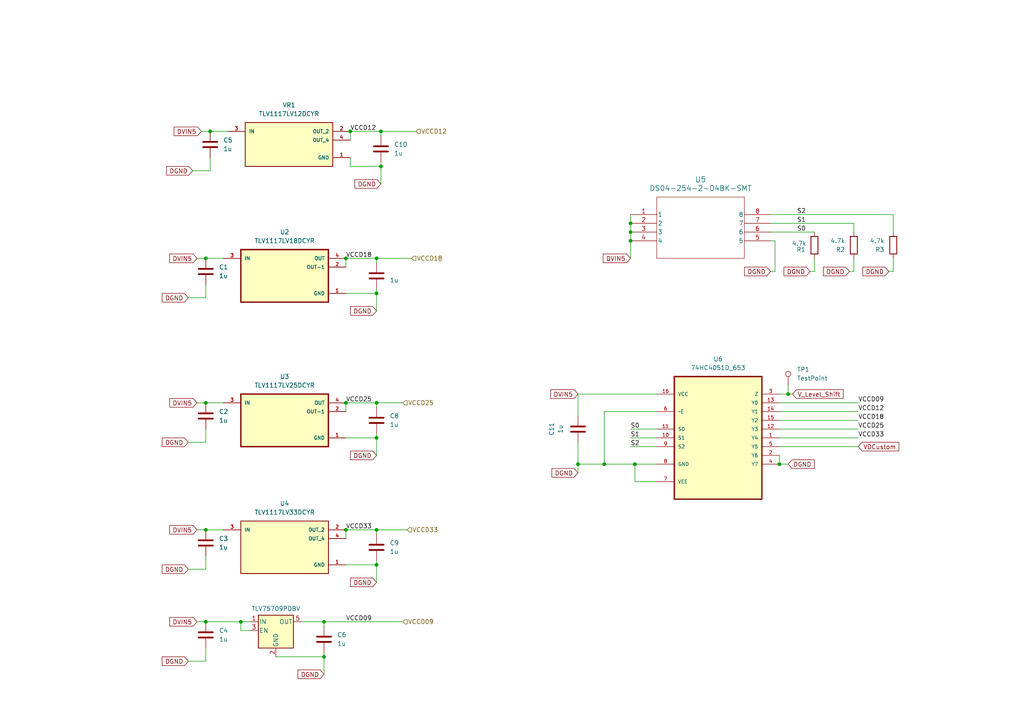
<source format=kicad_sch>
(kicad_sch (version 20231120) (generator "eeschema") (generator_version "8.0")
  (paper "A4")
  (lib_symbols
    (symbol "74HC4051D_653:74HC4051D_653" (pin_names (offset 1.016))
      (property "Reference" "U" (at -4.9848 17.8283 0))
      (property "Value" "74HC4051D_653" (at -3.1296 -25.3169 0))
      (symbol "74HC4051D_653_0_0"
        (rectangle (start -12.7 -20.32) (end 12.7 15.24) (stroke (width 0.4064)) (fill (type background)))
        (pin bidirectional line (at 17.78 -2.54 180) (length 5.08) (name "Y4") (number "1"))
        (pin input line (at -17.78 -2.54 0) (length 5.08) (name "S1") (number "10"))
        (pin input line (at -17.78 0 0) (length 5.08) (name "S0") (number "11"))
        (pin bidirectional line (at 17.78 0 180) (length 5.08) (name "Y3") (number "12"))
        (pin bidirectional line (at 17.78 7.62 180) (length 5.08) (name "Y0") (number "13"))
        (pin bidirectional line (at 17.78 5.08 180) (length 5.08) (name "Y1") (number "14"))
        (pin bidirectional line (at 17.78 2.54 180) (length 5.08) (name "Y2") (number "15"))
        (pin power_in line (at -17.78 10.16 0) (length 5.08) (name "VCC") (number "16"))
        (pin bidirectional line (at 17.78 -7.62 180) (length 5.08) (name "Y6") (number "2"))
        (pin bidirectional line (at 17.78 10.16 180) (length 5.08) (name "Z") (number "3"))
        (pin bidirectional line (at 17.78 -10.16 180) (length 5.08) (name "Y7") (number "4"))
        (pin bidirectional line (at 17.78 -5.08 180) (length 5.08) (name "Y5") (number "5"))
        (pin input line (at -17.78 5.08 0) (length 5.08) (name "~E") (number "6"))
        (pin power_in line (at -17.78 -15.24 0) (length 5.08) (name "VEE") (number "7"))
        (pin passive line (at -17.78 -10.16 0) (length 5.08) (name "GND") (number "8"))
        (pin input line (at -17.78 -5.08 0) (length 5.08) (name "S2") (number "9"))
      )
    )
    (symbol "AVLSI:TLV1117LV12DCYR" (pin_names (offset 1.016))
      (property "Reference" "VR" (at -12.7 6.08 0))
      (property "Value" "TLV1117LV12DCYR" (at -12.7 -9.08 0))
      (symbol "TLV1117LV12DCYR_0_0"
        (rectangle (start -12.7 5.08) (end 12.7 -7.62) (stroke (width 0.254)) (fill (type background)))
        (pin power_in line (at 17.78 -5.08 180) (length 5.08) (name "GND") (number "1"))
        (pin output line (at 17.78 2.54 180) (length 5.08) (name "OUT_2") (number "2"))
        (pin input line (at -17.78 2.54 0) (length 5.08) (name "IN") (number "3"))
        (pin output line (at 17.78 0 180) (length 5.08) (name "OUT_4") (number "4"))
      )
    )
    (symbol "AVLSI:TLV1117LV18DCYR" (pin_names (offset 1.016))
      (property "Reference" "U" (at -12.7 8.62 0))
      (property "Value" "TLV1117LV18DCYR" (at -12.7 -11.62 0))
      (symbol "TLV1117LV18DCYR_0_0"
        (rectangle (start -12.7 -7.62) (end 12.7 7.62) (stroke (width 0.41)) (fill (type background)))
        (pin power_in line (at 17.78 -5.08 180) (length 5.08) (name "GND") (number "1"))
        (pin output line (at 17.78 2.54 180) (length 5.08) (name "OUT-1") (number "2"))
        (pin input line (at -17.78 5.08 0) (length 5.08) (name "IN") (number "3"))
        (pin output line (at 17.78 5.08 180) (length 5.08) (name "OUT") (number "4"))
      )
    )
    (symbol "AVLSI:TLV1117LV25DCYR" (pin_names (offset 1.016))
      (property "Reference" "U" (at -12.7 8.62 0))
      (property "Value" "TLV1117LV25DCYR" (at -12.7 -11.62 0))
      (symbol "TLV1117LV25DCYR_0_0"
        (rectangle (start -12.7 -7.62) (end 12.7 7.62) (stroke (width 0.41)) (fill (type background)))
        (pin power_in line (at 17.78 -5.08 180) (length 5.08) (name "GND") (number "1"))
        (pin output line (at 17.78 2.54 180) (length 5.08) (name "OUT-1") (number "2"))
        (pin input line (at -17.78 5.08 0) (length 5.08) (name "IN") (number "3"))
        (pin output line (at 17.78 5.08 180) (length 5.08) (name "OUT") (number "4"))
      )
    )
    (symbol "AVLSI:TLV1117LV33DCYR" (pin_names (offset 1.016))
      (property "Reference" "U" (at -12.7 8.62 0))
      (property "Value" "TLV1117LV33DCYR" (at -12.7 -11.62 0))
      (symbol "TLV1117LV33DCYR_0_0"
        (rectangle (start -12.7 7.62) (end 12.7 -7.62) (stroke (width 0.254)) (fill (type background)))
        (pin power_in line (at 17.78 -5.08 180) (length 5.08) (name "GND") (number "1"))
        (pin output line (at 17.78 5.08 180) (length 5.08) (name "OUT_2") (number "2"))
        (pin input line (at -17.78 5.08 0) (length 5.08) (name "IN") (number "3"))
        (pin output line (at 17.78 2.54 180) (length 5.08) (name "OUT_4") (number "4"))
      )
    )
    (symbol "Connector:TestPoint" (pin_numbers hide) (pin_names (offset 0.762) hide)
      (property "Reference" "TP" (at 0 6.858 0))
      (property "Value" "TestPoint" (at 0 5.08 0))
      (symbol "TestPoint_0_1"
        (circle (center 0 3.302) (radius 0.762))
      )
      (symbol "TestPoint_1_1"
        (pin passive line (at 0 0 90) (length 2.54) (name "1") (number "1"))
      )
    )
    (symbol "DS:DS04-254-2-04BK-SMT" (pin_names (offset 0.254))
      (property "Reference" "U" (at 20.32 10.16 0))
      (property "Value" "DS04-254-2-04BK-SMT" (at 20.32 7.62 0))
      (symbol "DS04-254-2-04BK-SMT_1_1"
        (polyline (pts (xy 7.62 -12.7) (xy 33.02 -12.7)) (stroke (width 0.127)))
        (polyline (pts (xy 7.62 5.08) (xy 7.62 -12.7)) (stroke (width 0.127)))
        (polyline (pts (xy 33.02 -12.7) (xy 33.02 5.08)) (stroke (width 0.127)))
        (polyline (pts (xy 33.02 5.08) (xy 7.62 5.08)) (stroke (width 0.127)))
        (pin unspecified line (at 0 0 0) (length 7.62) (name "1") (number "1"))
        (pin unspecified line (at 0 -2.54 0) (length 7.62) (name "2") (number "2"))
        (pin unspecified line (at 0 -5.08 0) (length 7.62) (name "3") (number "3"))
        (pin unspecified line (at 0 -7.62 0) (length 7.62) (name "4") (number "4"))
        (pin unspecified line (at 40.64 -7.62 180) (length 7.62) (name "5") (number "5"))
        (pin unspecified line (at 40.64 -5.08 180) (length 7.62) (name "6") (number "6"))
        (pin unspecified line (at 40.64 -2.54 180) (length 7.62) (name "7") (number "7"))
        (pin unspecified line (at 40.64 0 180) (length 7.62) (name "8") (number "8"))
      )
    )
    (symbol "Device:C" (pin_numbers hide) (pin_names (offset 0.254))
      (property "Reference" "C" (at 0.635 2.54 0))
      (property "Value" "C" (at 0.635 -2.54 0))
      (symbol "C_0_1"
        (polyline (pts (xy -2.032 -0.762) (xy 2.032 -0.762)) (stroke (width 0.508)))
        (polyline (pts (xy -2.032 0.762) (xy 2.032 0.762)) (stroke (width 0.508)))
      )
      (symbol "C_1_1"
        (pin passive line (at 0 3.81 270) (length 2.794) (name "~") (number "1"))
        (pin passive line (at 0 -3.81 90) (length 2.794) (name "~") (number "2"))
      )
    )
    (symbol "Device:R" (pin_numbers hide) (pin_names (offset 0))
      (property "Reference" "R" (at 2.032 0 90))
      (property "Value" "R" (at 0 0 90))
      (symbol "R_0_1"
        (rectangle (start -1.016 -2.54) (end 1.016 2.54) (stroke (width 0.254)))
      )
      (symbol "R_1_1"
        (pin passive line (at 0 3.81 270) (length 1.27) (name "~") (number "1"))
        (pin passive line (at 0 -3.81 90) (length 1.27) (name "~") (number "2"))
      )
    )
    (symbol "Regulator_Linear:TLV75709PDBV" (pin_names (offset 0.254))
      (property "Reference" "U" (at -3.81 5.715 0))
      (property "Value" "TLV75709PDBV" (at 0 5.715 0))
      (symbol "TLV75709PDBV_0_1"
        (rectangle (start -5.08 4.445) (end 5.08 -5.08) (stroke (width 0.254)) (fill (type background)))
      )
      (symbol "TLV75709PDBV_1_1"
        (pin power_in line (at -7.62 2.54 0) (length 2.54) (name "IN") (number "1"))
        (pin power_in line (at 0 -7.62 90) (length 2.54) (name "GND") (number "2"))
        (pin input line (at -7.62 0 0) (length 2.54) (name "EN") (number "3"))
        (pin no_connect line (at 5.08 0 180) (length 2.54) hide (name "NC") (number "4"))
        (pin power_out line (at 7.62 2.54 180) (length 2.54) (name "OUT") (number "5"))
      )
    )
  )
  (junction (at 93.98 190.5))
  (junction (at 109.22 127))
  (junction (at 109.22 163.83))
  (junction (at 228.6 114.3))
  (junction (at 226.06 134.62))
  (junction (at 69.85 180.34))
  (junction (at 100.33 116.84))
  (junction (at 59.69 180.34))
  (junction (at 110.49 48.26))
  (junction (at 101.6 38.1))
  (junction (at 59.69 116.84))
  (junction (at 167.64 134.62))
  (junction (at 100.33 153.67))
  (junction (at 182.88 67.31))
  (junction (at 184.15 134.62))
  (junction (at 110.49 38.1))
  (junction (at 109.22 116.84))
  (junction (at 109.22 85.09))
  (junction (at 109.22 74.93))
  (junction (at 182.88 69.85))
  (junction (at 175.26 134.62))
  (junction (at 59.69 74.93))
  (junction (at 109.22 153.67))
  (junction (at 93.98 180.34))
  (junction (at 60.96 38.1))
  (junction (at 100.33 74.93))
  (junction (at 182.88 64.77))
  (junction (at 59.69 153.67))
  (wire (pts (xy 182.88 64.77) (xy 182.88 67.31)))
  (wire (pts (xy 109.22 116.84) (xy 109.22 118.11)))
  (wire (pts (xy 57.15 116.84) (xy 59.69 116.84)))
  (wire (pts (xy 223.52 64.77) (xy 247.65 64.77)))
  (wire (pts (xy 100.33 74.93) (xy 100.33 77.47)))
  (wire (pts (xy 167.64 114.3) (xy 190.5 114.3)))
  (wire (pts (xy 59.69 187.96) (xy 59.69 191.77)))
  (wire (pts (xy 182.88 62.23) (xy 182.88 64.77)))
  (wire (pts (xy 57.15 180.34) (xy 59.69 180.34)))
  (wire (pts (xy 182.88 129.54) (xy 190.5 129.54)))
  (wire (pts (xy 60.96 38.1) (xy 66.04 38.1)))
  (wire (pts (xy 246.38 78.74) (xy 247.65 78.74)))
  (wire (pts (xy 93.98 180.34) (xy 116.84 180.34)))
  (wire (pts (xy 228.6 111.76) (xy 228.6 114.3)))
  (wire (pts (xy 167.64 134.62) (xy 167.64 128.27)))
  (wire (pts (xy 109.22 116.84) (xy 116.84 116.84)))
  (wire (pts (xy 57.15 153.67) (xy 59.69 153.67)))
  (wire (pts (xy 259.08 62.23) (xy 259.08 67.31)))
  (wire (pts (xy 167.64 134.62) (xy 167.64 137.16)))
  (wire (pts (xy 110.49 38.1) (xy 120.65 38.1)))
  (wire (pts (xy 101.6 38.1) (xy 110.49 38.1)))
  (wire (pts (xy 72.39 182.88) (xy 69.85 182.88)))
  (wire (pts (xy 247.65 64.77) (xy 247.65 67.31)))
  (wire (pts (xy 59.69 82.55) (xy 59.69 86.36)))
  (wire (pts (xy 93.98 180.34) (xy 93.98 181.61)))
  (wire (pts (xy 223.52 67.31) (xy 236.22 67.31)))
  (wire (pts (xy 59.69 180.34) (xy 69.85 180.34)))
  (wire (pts (xy 100.33 163.83) (xy 109.22 163.83)))
  (wire (pts (xy 80.01 190.5) (xy 93.98 190.5)))
  (wire (pts (xy 60.96 45.72) (xy 60.96 49.53)))
  (wire (pts (xy 226.06 119.38) (xy 248.92 119.38)))
  (wire (pts (xy 226.06 114.3) (xy 228.6 114.3)))
  (wire (pts (xy 182.88 67.31) (xy 182.88 69.85)))
  (wire (pts (xy 100.33 85.09) (xy 109.22 85.09)))
  (wire (pts (xy 226.06 132.08) (xy 226.06 134.62)))
  (wire (pts (xy 59.69 74.93) (xy 64.77 74.93)))
  (wire (pts (xy 58.42 38.1) (xy 60.96 38.1)))
  (wire (pts (xy 101.6 48.26) (xy 110.49 48.26)))
  (wire (pts (xy 167.64 120.65) (xy 167.64 114.3)))
  (wire (pts (xy 236.22 74.93) (xy 236.22 78.74)))
  (wire (pts (xy 100.33 153.67) (xy 109.22 153.67)))
  (wire (pts (xy 223.52 78.74) (xy 224.79 78.74)))
  (wire (pts (xy 259.08 74.93) (xy 259.08 78.74)))
  (wire (pts (xy 110.49 48.26) (xy 110.49 53.34)))
  (wire (pts (xy 167.64 134.62) (xy 175.26 134.62)))
  (wire (pts (xy 59.69 116.84) (xy 64.77 116.84)))
  (wire (pts (xy 109.22 163.83) (xy 109.22 168.91)))
  (wire (pts (xy 226.06 124.46) (xy 248.92 124.46)))
  (wire (pts (xy 101.6 38.1) (xy 101.6 40.64)))
  (wire (pts (xy 226.06 116.84) (xy 248.92 116.84)))
  (wire (pts (xy 247.65 74.93) (xy 247.65 78.74)))
  (wire (pts (xy 175.26 119.38) (xy 190.5 119.38)))
  (wire (pts (xy 257.81 78.74) (xy 259.08 78.74)))
  (wire (pts (xy 59.69 153.67) (xy 64.77 153.67)))
  (wire (pts (xy 100.33 116.84) (xy 100.33 119.38)))
  (wire (pts (xy 54.61 165.1) (xy 59.69 165.1)))
  (wire (pts (xy 54.61 128.27) (xy 59.69 128.27)))
  (wire (pts (xy 184.15 139.7) (xy 190.5 139.7)))
  (wire (pts (xy 109.22 125.73) (xy 109.22 127)))
  (wire (pts (xy 59.69 161.29) (xy 59.69 165.1)))
  (wire (pts (xy 110.49 46.99) (xy 110.49 48.26)))
  (wire (pts (xy 182.88 124.46) (xy 190.5 124.46)))
  (wire (pts (xy 223.52 62.23) (xy 259.08 62.23)))
  (wire (pts (xy 226.06 134.62) (xy 228.6 134.62)))
  (wire (pts (xy 69.85 180.34) (xy 72.39 180.34)))
  (wire (pts (xy 226.06 121.92) (xy 248.92 121.92)))
  (wire (pts (xy 93.98 189.23) (xy 93.98 190.5)))
  (wire (pts (xy 69.85 180.34) (xy 69.85 182.88)))
  (wire (pts (xy 110.49 38.1) (xy 110.49 39.37)))
  (wire (pts (xy 175.26 119.38) (xy 175.26 134.62)))
  (wire (pts (xy 59.69 124.46) (xy 59.69 128.27)))
  (wire (pts (xy 93.98 190.5) (xy 93.98 195.58)))
  (wire (pts (xy 109.22 74.93) (xy 119.38 74.93)))
  (wire (pts (xy 226.06 129.54) (xy 248.92 129.54)))
  (wire (pts (xy 100.33 127) (xy 109.22 127)))
  (wire (pts (xy 57.15 74.93) (xy 59.69 74.93)))
  (wire (pts (xy 175.26 134.62) (xy 184.15 134.62)))
  (wire (pts (xy 100.33 153.67) (xy 100.33 156.21)))
  (wire (pts (xy 109.22 153.67) (xy 118.11 153.67)))
  (wire (pts (xy 87.63 180.34) (xy 93.98 180.34)))
  (wire (pts (xy 182.88 127) (xy 190.5 127)))
  (wire (pts (xy 182.88 69.85) (xy 182.88 74.93)))
  (wire (pts (xy 101.6 45.72) (xy 101.6 48.26)))
  (wire (pts (xy 54.61 191.77) (xy 59.69 191.77)))
  (wire (pts (xy 109.22 85.09) (xy 109.22 90.17)))
  (wire (pts (xy 109.22 74.93) (xy 109.22 76.2)))
  (wire (pts (xy 55.88 49.53) (xy 60.96 49.53)))
  (wire (pts (xy 100.33 74.93) (xy 109.22 74.93)))
  (wire (pts (xy 184.15 134.62) (xy 184.15 139.7)))
  (wire (pts (xy 223.52 69.85) (xy 224.79 69.85)))
  (wire (pts (xy 184.15 134.62) (xy 190.5 134.62)))
  (wire (pts (xy 54.61 86.36) (xy 59.69 86.36)))
  (wire (pts (xy 109.22 153.67) (xy 109.22 154.94)))
  (wire (pts (xy 109.22 83.82) (xy 109.22 85.09)))
  (wire (pts (xy 234.95 78.74) (xy 236.22 78.74)))
  (wire (pts (xy 224.79 69.85) (xy 224.79 78.74)))
  (wire (pts (xy 109.22 127) (xy 109.22 132.08)))
  (wire (pts (xy 226.06 127) (xy 248.92 127)))
  (wire (pts (xy 109.22 162.56) (xy 109.22 163.83)))
  (wire (pts (xy 100.33 116.84) (xy 109.22 116.84)))
  (wire (pts (xy 228.6 114.3) (xy 229.87 114.3)))
  (label "VCCD25" (at 248.92 124.46 0))
  (label "VCCD33" (at 248.92 127 0))
  (label "VCCD09" (at 100.33 180.34 0))
  (label "VCCD33" (at 100.33 153.67 0))
  (label "S2" (at 231.14 62.23 0))
  (label "VCCD18" (at 248.92 121.92 0))
  (label "VCCD25" (at 100.33 116.84 0))
  (label "VCCD12" (at 248.92 119.38 0))
  (label "VCCD09" (at 248.92 116.84 0))
  (label "S0" (at 182.88 124.46 0))
  (label "S2" (at 182.88 129.54 0))
  (label "S0" (at 231.14 67.31 0))
  (label "S1" (at 182.88 127 0))
  (label "VCCD12" (at 101.6 38.1 0))
  (label "S1" (at 231.14 64.77 0))
  (label "VCCD18" (at 100.33 74.93 0))
  (global_label "DGND" (shape input) (at 167.64 137.16 180) (property "Intersheetrefs" "${INTERSHEET_REFS}" (effects (hide yes))))
  (global_label "DGND" (shape input) (at 54.61 86.36 180) (property "Intersheetrefs" "${INTERSHEET_REFS}" (effects (hide yes))))
  (global_label "VDCustom" (shape input) (at 248.92 129.54 0) (property "Intersheetrefs" "${INTERSHEET_REFS}" (effects (hide yes))))
  (global_label "DGND" (shape input) (at 257.81 78.74 180) (property "Intersheetrefs" "${INTERSHEET_REFS}" (effects (hide yes))))
  (global_label "DGND" (shape input) (at 55.88 49.53 180) (property "Intersheetrefs" "${INTERSHEET_REFS}" (effects (hide yes))))
  (global_label "DVIN5" (shape input) (at 57.15 180.34 180) (property "Intersheetrefs" "${INTERSHEET_REFS}" (effects (hide yes))))
  (global_label "DGND" (shape input) (at 110.49 53.34 180) (property "Intersheetrefs" "${INTERSHEET_REFS}" (effects (hide yes))))
  (global_label "V_Level_Shift" (shape input) (at 229.87 114.3 0) (property "Intersheetrefs" "${INTERSHEET_REFS}" (effects (hide yes))))
  (global_label "DGND" (shape input) (at 54.61 128.27 180) (property "Intersheetrefs" "${INTERSHEET_REFS}" (effects (hide yes))))
  (global_label "DVIN5" (shape input) (at 58.42 38.1 180) (property "Intersheetrefs" "${INTERSHEET_REFS}" (effects (hide yes))))
  (global_label "DVIN5" (shape input) (at 182.88 74.93 180) (property "Intersheetrefs" "${INTERSHEET_REFS}" (effects (hide yes))))
  (global_label "DGND" (shape input) (at 54.61 191.77 180) (property "Intersheetrefs" "${INTERSHEET_REFS}" (effects (hide yes))))
  (global_label "DGND" (shape input) (at 109.22 132.08 180) (property "Intersheetrefs" "${INTERSHEET_REFS}" (effects (hide yes))))
  (global_label "DVIN5" (shape input) (at 57.15 116.84 180) (property "Intersheetrefs" "${INTERSHEET_REFS}" (effects (hide yes))))
  (global_label "DGND" (shape input) (at 109.22 168.91 180) (property "Intersheetrefs" "${INTERSHEET_REFS}" (effects (hide yes))))
  (global_label "DGND" (shape input) (at 109.22 90.17 180) (property "Intersheetrefs" "${INTERSHEET_REFS}" (effects (hide yes))))
  (global_label "DGND" (shape input) (at 93.98 195.58 180) (property "Intersheetrefs" "${INTERSHEET_REFS}" (effects (hide yes))))
  (global_label "DGND" (shape input) (at 228.6 134.62 0) (property "Intersheetrefs" "${INTERSHEET_REFS}" (effects (hide yes))))
  (global_label "DVIN5" (shape input) (at 167.64 114.3 180) (property "Intersheetrefs" "${INTERSHEET_REFS}" (effects (hide yes))))
  (global_label "DVIN5" (shape input) (at 57.15 153.67 180) (property "Intersheetrefs" "${INTERSHEET_REFS}" (effects (hide yes))))
  (global_label "DGND" (shape input) (at 246.38 78.74 180) (property "Intersheetrefs" "${INTERSHEET_REFS}" (effects (hide yes))))
  (global_label "DGND" (shape input) (at 234.95 78.74 180) (property "Intersheetrefs" "${INTERSHEET_REFS}" (effects (hide yes))))
  (global_label "DVIN5" (shape input) (at 57.15 74.93 180) (property "Intersheetrefs" "${INTERSHEET_REFS}" (effects (hide yes))))
  (global_label "DGND" (shape input) (at 54.61 165.1 180) (property "Intersheetrefs" "${INTERSHEET_REFS}" (effects (hide yes))))
  (global_label "DGND" (shape input) (at 223.52 78.74 180) (property "Intersheetrefs" "${INTERSHEET_REFS}" (effects (hide yes))))
  (hierarchical_label "VCCD18" (shape input) (at 119.38 74.93 0))
  (hierarchical_label "VCCD25" (shape input) (at 116.84 116.84 0))
  (hierarchical_label "VCCD09" (shape input) (at 116.84 180.34 0))
  (hierarchical_label "VCCD33" (shape input) (at 118.11 153.67 0))
  (hierarchical_label "VCCD12" (shape input) (at 120.65 38.1 0))
  (symbol (lib_id "Device:C") (at 60.96 41.91 0) (unit 1)
    (property "Reference" "C5" (at 64.77 40.6399 0) (effects (justify left)))
    (property "Value" "1u" (at 64.77 43.1799 0) (effects (justify left)))
    (property "Footprint" "Capacitor_SMD:C_0805_2012Metric" (effects (hide yes)))
    (property "Description" "Unpolarized capacitor" (effects (hide yes)))
  )
  (symbol (lib_id "Device:C") (at 167.64 124.46 0) (mirror x) (unit 1)
    (property "Reference" "C11" (at 160.02 124.46 90))
    (property "Value" "1u" (at 162.56 124.46 90))
    (property "Footprint" "Capacitor_SMD:C_0805_2012Metric" (effects (hide yes)))
    (property "Description" "Unpolarized capacitor" (effects (hide yes)))
  )
  (symbol (lib_id "AVLSI:TLV1117LV12DCYR") (at 83.82 40.64 0) (unit 1)
    (property "Reference" "VR1" (at 83.82 30.48 0))
    (property "Value" "TLV1117LV12DCYR" (at 83.82 33.02 0))
    (property "Footprint" "avlsi:VREG_TLV1117LV12DCYR" (effects (hide yes)))
    (property "Datasheet" "https://www.ti.com/lit/ds/symlink/tlv1117lv.pdf?HQS=dis-dk-null-digikeymode-dsf-pf-null-wwe&ts=1729704648859&ref_url=https%253A%252F%252Fwww.ti.com%252Fgeneral%252Fdocs%252Fsuppproductinfo.tsp%253FdistId%253D10%2526gotoUrl%253Dhttps%253A%252F%252Fwww.ti.com%252Flit%252Fgpn%252Ftlv1117lv" (effects (hide yes)))
    (property "PARTREV" "B" (effects (hide yes)))
    (property "STANDARD" "Manufacturer Recommendations" (effects (hide yes)))
    (property "MAXIMUM_PACKAGE_HEIGHT" "1.80 mm" (effects (hide yes)))
    (property "MANUFACTURER" "Texas Instruments" (effects (hide yes)))
  )
  (symbol (lib_id "Device:C") (at 109.22 121.92 0) (unit 1)
    (property "Reference" "C8" (at 113.03 120.6499 0) (effects (justify left)))
    (property "Value" "1u" (at 113.03 123.1899 0) (effects (justify left)))
    (property "Footprint" "Capacitor_SMD:C_0805_2012Metric" (effects (hide yes)))
    (property "Description" "Unpolarized capacitor" (effects (hide yes)))
  )
  (symbol (lib_id "Device:C") (at 110.49 43.18 0) (unit 1)
    (property "Reference" "C10" (at 114.3 41.9099 0) (effects (justify left)))
    (property "Value" "1u" (at 114.3 44.4499 0) (effects (justify left)))
    (property "Footprint" "Capacitor_SMD:C_0805_2012Metric" (effects (hide yes)))
    (property "Description" "Unpolarized capacitor" (effects (hide yes)))
  )
  (symbol (lib_id "Device:C") (at 59.69 184.15 0) (unit 1)
    (property "Reference" "C4" (at 63.5 182.8799 0) (effects (justify left)))
    (property "Value" "1u" (at 63.5 185.4199 0) (effects (justify left)))
    (property "Footprint" "Capacitor_SMD:C_0805_2012Metric" (effects (hide yes)))
    (property "Description" "Unpolarized capacitor" (effects (hide yes)))
  )
  (symbol (lib_id "Device:C") (at 59.69 120.65 0) (unit 1)
    (property "Reference" "C2" (at 63.5 119.3799 0) (effects (justify left)))
    (property "Value" "1u" (at 63.5 121.9199 0) (effects (justify left)))
    (property "Footprint" "Capacitor_SMD:C_0805_2012Metric" (effects (hide yes)))
    (property "Description" "Unpolarized capacitor" (effects (hide yes)))
  )
  (symbol (lib_id "AVLSI:TLV1117LV25DCYR") (at 82.55 121.92 0) (unit 1)
    (property "Reference" "U3" (at 82.55 109.22 0))
    (property "Value" "TLV1117LV25DCYR" (at 82.55 111.76 0))
    (property "Footprint" "avlsi:SOT230P700X180-4N" (effects (hide yes)))
    (property "Datasheet" "https://www.ti.com/lit/ds/symlink/tlv1117lv.pdf?HQS=dis-dk-null-digikeymode-dsf-pf-null-wwe&ts=1729704648859&ref_url=https%253A%252F%252Fwww.ti.com%252Fgeneral%252Fdocs%252Fsuppproductinfo.tsp%253FdistId%253D10%2526gotoUrl%253Dhttps%253A%252F%252Fwww.ti.com%252Flit%252Fgpn%252Ftlv1117lv" (effects (hide yes)))
  )
  (symbol (lib_id "Device:C") (at 109.22 158.75 0) (unit 1)
    (property "Reference" "C9" (at 113.03 157.4799 0) (effects (justify left)))
    (property "Value" "1u" (at 113.03 160.0199 0) (effects (justify left)))
    (property "Footprint" "Capacitor_SMD:C_0805_2012Metric" (effects (hide yes)))
    (property "Description" "Unpolarized capacitor" (effects (hide yes)))
  )
  (symbol (lib_id "Regulator_Linear:TLV75709PDBV") (at 80.01 182.88 0) (unit 1)
    (property "Reference" "U1" (effects (hide yes)))
    (property "Value" "TLV75709PDBV" (at 80.01 176.53 0))
    (property "Footprint" "Package_TO_SOT_SMD:SOT-23-5" (effects (hide yes)))
    (property "Datasheet" "https://www.ti.com/lit/ds/symlink/tlv757p.pdf" (effects (hide yes)))
    (property "Description" "1A Low IQ Small Size Low Dropout Voltage Regulator, Fixed Output 0.9V, SOT-23-5" (effects (hide yes)))
  )
  (symbol (lib_id "Device:C") (at 93.98 185.42 0) (unit 1)
    (property "Reference" "C6" (at 97.79 184.1499 0) (effects (justify left)))
    (property "Value" "1u" (at 97.79 186.6899 0) (effects (justify left)))
    (property "Footprint" "Capacitor_SMD:C_0805_2012Metric" (effects (hide yes)))
    (property "Description" "Unpolarized capacitor" (effects (hide yes)))
  )
  (symbol (lib_id "Device:C") (at 59.69 157.48 0) (unit 1)
    (property "Reference" "C3" (at 63.5 156.2099 0) (effects (justify left)))
    (property "Value" "1u" (at 63.5 158.7499 0) (effects (justify left)))
    (property "Footprint" "Capacitor_SMD:C_0805_2012Metric" (effects (hide yes)))
    (property "Description" "Unpolarized capacitor" (effects (hide yes)))
  )
  (symbol (lib_id "AVLSI:TLV1117LV18DCYR") (at 82.55 80.01 0) (unit 1)
    (property "Reference" "U2" (at 82.55 67.31 0))
    (property "Value" "TLV1117LV18DCYR" (at 82.55 69.85 0))
    (property "Footprint" "avlsi:SOT230P700X180-4N" (effects (hide yes)))
    (property "Datasheet" "https://www.ti.com/lit/ds/symlink/tlv1117lv.pdf?HQS=dis-dk-null-digikeymode-dsf-pf-null-wwe&ts=1729704648859&ref_url=https%253A%252F%252Fwww.ti.com%252Fgeneral%252Fdocs%252Fsuppproductinfo.tsp%253FdistId%253D10%2526gotoUrl%253Dhttps%253A%252F%252Fwww.ti.com%252Flit%252Fgpn%252Ftlv1117lv" (effects (hide yes)))
  )
  (symbol (lib_id "Device:C") (at 109.22 80.01 0) (unit 1)
    (property "Reference" "C7" (effects (hide yes)))
    (property "Value" "1u" (at 113.03 81.2799 0) (effects (justify left)))
    (property "Footprint" "Capacitor_SMD:C_0805_2012Metric" (effects (hide yes)))
    (property "Description" "Unpolarized capacitor" (effects (hide yes)))
  )
  (symbol (lib_id "Connector:TestPoint") (at 228.6 111.76 0) (unit 1)
    (property "Reference" "TP1" (at 231.14 107.1879 0) (effects (justify left)))
    (property "Value" "TestPoint" (at 231.14 109.7279 0) (effects (justify left)))
    (property "Description" "test point" (effects (hide yes)))
  )
  (symbol (lib_id "Device:R") (at 259.08 71.12 180) (unit 1)
    (property "Reference" "R3" (at 256.54 72.3901 0) (effects (justify left)))
    (property "Value" "4.7k" (at 256.54 69.8501 0) (effects (justify left)))
    (property "Footprint" "Resistor_SMD:R_0805_2012Metric" (effects (hide yes)))
    (property "Description" "Resistor" (effects (hide yes)))
  )
  (symbol (lib_id "74HC4051D_653:74HC4051D_653") (at 208.28 124.46 0) (unit 1)
    (property "Reference" "U6" (at 208.28 104.14 0))
    (property "Value" "74HC4051D_653" (at 208.28 106.68 0))
    (property "Footprint" "74HC4051D_653:SOIC127P600X175-16N" (effects (hide yes)))
    (property "MPN" "74HC4051D,653" (effects (hide yes)))
    (property "OC_FARNELL" "1826842" (effects (hide yes)))
    (property "OC_NEWARK" "78R6259" (effects (hide yes)))
    (property "SUPPLIER" "NXP Semiconductors" (effects (hide yes)))
    (property "PACKAGE" "SOIC-16" (effects (hide yes)))
  )
  (symbol (lib_id "Device:R") (at 247.65 71.12 180) (unit 1)
    (property "Reference" "R2" (at 245.11 72.3901 0) (effects (justify left)))
    (property "Value" "4.7k" (at 245.11 69.8501 0) (effects (justify left)))
    (property "Footprint" "Resistor_SMD:R_0805_2012Metric" (effects (hide yes)))
    (property "Description" "Resistor" (effects (hide yes)))
  )
  (symbol (lib_id "DS:DS04-254-2-04BK-SMT") (at 182.88 62.23 0) (unit 1)
    (property "Reference" "U5" (at 203.2 52.07 0) (effects (font (size 1.524 1.524))))
    (property "Value" "DS04-254-2-04BK-SMT" (at 203.2 54.61 0) (effects (font (size 1.524 1.524))))
    (property "Footprint" "ds:DS04-254-2-04BK-SMT_CUD" (effects (hide yes)))
    (property "Datasheet" "DS04-254-2-04BK-SMT" (effects (hide yes)))
  )
  (symbol (lib_id "Device:C") (at 59.69 78.74 0) (unit 1)
    (property "Reference" "C1" (at 63.5 77.4699 0) (effects (justify left)))
    (property "Value" "1u" (at 63.5 80.0099 0) (effects (justify left)))
    (property "Footprint" "Capacitor_SMD:C_0805_2012Metric" (effects (hide yes)))
    (property "Description" "Unpolarized capacitor" (effects (hide yes)))
  )
  (symbol (lib_id "AVLSI:TLV1117LV33DCYR") (at 82.55 158.75 0) (unit 1)
    (property "Reference" "U4" (at 82.55 146.05 0))
    (property "Value" "TLV1117LV33DCYR" (at 82.55 148.59 0))
    (property "Footprint" "avlsi:VREG_TLV1117LV33DCYR" (effects (hide yes)))
    (property "Datasheet" "https://www.ti.com/lit/ds/symlink/tlv1117lv.pdf?HQS=dis-dk-null-digikeymode-dsf-pf-null-wwe&ts=1729704648859&ref_url=https%253A%252F%252Fwww.ti.com%252Fgeneral%252Fdocs%252Fsuppproductinfo.tsp%253FdistId%253D10%2526gotoUrl%253Dhttps%253A%252F%252Fwww.ti.com%252Flit%252Fgpn%252Ftlv1117lv" (effects (hide yes)))
    (property "PARTREV" "B" (effects (hide yes)))
    (property "STANDARD" "IPC-7351B" (effects (hide yes)))
    (property "MAXIMUM_PACKAGE_HEIGHT" "1.80 mm" (effects (hide yes)))
    (property "MANUFACTURER" "Texas Instruments" (effects (hide yes)))
  )
  (symbol (lib_id "Device:R") (at 236.22 71.12 180) (unit 1)
    (property "Reference" "R1" (at 233.68 72.3901 0) (effects (justify left)))
    (property "Value" "4.7k" (at 233.934 70.612 0) (effects (justify left)))
    (property "Footprint" "Resistor_SMD:R_0805_2012Metric" (effects (hide yes)))
    (property "Description" "Resistor" (effects (hide yes)))
  )
)
</source>
